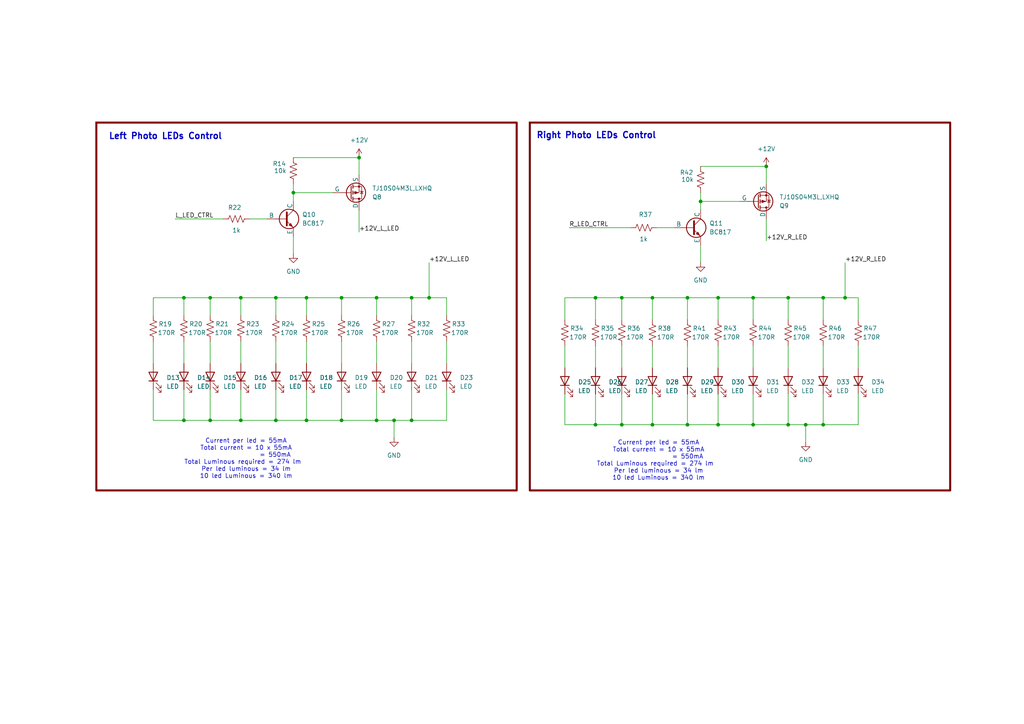
<source format=kicad_sch>
(kicad_sch (version 20250114) (generator "eeschema") (generator_version "9.0")
  (paper "A4")
  (lib_symbols
    (symbol "BC817:BC817_NPN_BJT" (pin_numbers (hide yes)) (pin_names (offset 0))
      (property "Reference" "Q" (at -2.54 7.62 0))
      (property "Value" "BC817_NPN_BJT" (at -2.54 5.08 0))
      (symbol "BC817_NPN_BJT_0_1"
        (polyline (pts (xy -2.54 0) (xy 0.635 0)) (stroke (width 0.1524)))
        (polyline (pts (xy 0.635 1.905) (xy 0.635 -1.905) (xy 0.635 -1.905)) (stroke (width 0.508)))
        (polyline (pts (xy 0.635 0.635) (xy 2.54 2.54)))
        (polyline (pts (xy 0.635 -0.635) (xy 2.54 -2.54) (xy 2.54 -2.54)))
        (circle (center 1.27 0) (radius 2.8194) (stroke (width 0.254)))
        (polyline (pts (xy 1.27 -1.778) (xy 1.778 -1.27) (xy 2.286 -2.286) (xy 1.27 -1.778) (xy 1.27 -1.778)) (fill (type outline)))
        (polyline (pts (xy 2.794 -1.27) (xy 2.794 -1.27)) (stroke (width 0.1524)))
        (polyline (pts (xy 2.794 -1.27) (xy 2.794 -1.27)) (stroke (width 0.1524)))
      )
      (symbol "BC817_NPN_BJT_1_1"
        (pin input line (at -5.08 0 0) (length 2.54) (name "B") (number "1"))
        (pin open_collector line (at 2.54 5.08 270) (length 2.54) (name "C") (number "3"))
        (pin open_emitter line (at 2.54 -5.08 90) (length 2.54) (name "E") (number "2"))
      )
    )
    (symbol "Device:LED" (pin_numbers (hide yes)) (pin_names (offset 1.016) (hide yes))
      (property "Reference" "D" (at 0 2.54 0))
      (property "Value" "LED" (at 0 -2.54 0))
      (symbol "LED_0_1"
        (polyline (pts (xy -3.048 -0.762) (xy -4.572 -2.286) (xy -3.81 -2.286) (xy -4.572 -2.286) (xy -4.572 -1.524)))
        (polyline (pts (xy -1.778 -0.762) (xy -3.302 -2.286) (xy -2.54 -2.286) (xy -3.302 -2.286) (xy -3.302 -1.524)))
        (polyline (pts (xy -1.27 0) (xy 1.27 0)))
        (polyline (pts (xy -1.27 -1.27) (xy -1.27 1.27)) (stroke (width 0.254)))
        (polyline (pts (xy 1.27 -1.27) (xy 1.27 1.27) (xy -1.27 0) (xy 1.27 -1.27)) (stroke (width 0.254)))
      )
      (symbol "LED_1_1"
        (pin passive line (at -3.81 0 0) (length 2.54) (name "K") (number "1"))
        (pin passive line (at 3.81 0 180) (length 2.54) (name "A") (number "2"))
      )
    )
    (symbol "Device:R_US" (pin_numbers (hide yes)) (pin_names (offset 0))
      (property "Reference" "R" (at 2.54 0 90))
      (property "Value" "R_US" (at -2.54 0 90))
      (symbol "R_US_0_1"
        (polyline (pts (xy 0 2.286) (xy 0 2.54)))
        (polyline (pts (xy 0 2.286) (xy 1.016 1.905) (xy 0 1.524) (xy -1.016 1.143) (xy 0 0.762)))
        (polyline (pts (xy 0 0.762) (xy 1.016 0.381) (xy 0 0) (xy -1.016 -0.381) (xy 0 -0.762)))
        (polyline (pts (xy 0 -0.762) (xy 1.016 -1.143) (xy 0 -1.524) (xy -1.016 -1.905) (xy 0 -2.286)))
        (polyline (pts (xy 0 -2.286) (xy 0 -2.54)))
      )
      (symbol "R_US_1_1"
        (pin passive line (at 0 3.81 270) (length 1.27) (name "~") (number "1"))
        (pin passive line (at 0 -3.81 90) (length 1.27) (name "~") (number "2"))
      )
    )
    (symbol "Simulation_SPICE:PMOS" (pin_numbers (hide yes)) (pin_names (offset 0))
      (property "Reference" "Q" (at 5.08 1.27 0))
      (property "Value" "PMOS" (at 5.08 -1.27 0))
      (symbol "PMOS_0_1"
        (polyline (pts (xy 0.254 1.905) (xy 0.254 -1.905)) (stroke (width 0.254)))
        (polyline (pts (xy 0.254 0) (xy -2.54 0)))
        (polyline (pts (xy 0.762 2.286) (xy 0.762 1.27)) (stroke (width 0.254)))
        (polyline (pts (xy 0.762 1.778) (xy 3.302 1.778) (xy 3.302 -1.778) (xy 0.762 -1.778)))
        (polyline (pts (xy 0.762 0.508) (xy 0.762 -0.508)) (stroke (width 0.254)))
        (polyline (pts (xy 0.762 -1.27) (xy 0.762 -2.286)) (stroke (width 0.254)))
        (circle (center 1.651 0) (radius 2.794) (stroke (width 0.254)))
        (polyline (pts (xy 2.286 0) (xy 1.27 0.381) (xy 1.27 -0.381) (xy 2.286 0)) (fill (type outline)))
        (polyline (pts (xy 2.54 2.54) (xy 2.54 1.778)))
        (circle (center 2.54 1.778) (radius 0.254) (fill (type outline)))
        (circle (center 2.54 -1.778) (radius 0.254) (fill (type outline)))
        (polyline (pts (xy 2.54 -2.54) (xy 2.54 0) (xy 0.762 0)))
        (polyline (pts (xy 2.794 -0.508) (xy 2.921 -0.381) (xy 3.683 -0.381) (xy 3.81 -0.254)))
        (polyline (pts (xy 3.302 -0.381) (xy 2.921 0.254) (xy 3.683 0.254) (xy 3.302 -0.381)))
      )
      (symbol "PMOS_1_1"
        (pin input line (at -5.08 0 0) (length 2.54) (name "G") (number "2"))
        (pin passive line (at 2.54 5.08 270) (length 2.54) (name "D") (number "1"))
        (pin passive line (at 2.54 -5.08 90) (length 2.54) (name "S") (number "3"))
      )
    )
    (symbol "power:+12V" (power) (pin_numbers (hide yes)) (pin_names (offset 0) (hide yes))
      (property "Value" "+12V" (at 0 3.556 0))
      (symbol "+12V_0_1"
        (polyline (pts (xy -0.762 1.27) (xy 0 2.54)))
        (polyline (pts (xy 0 2.54) (xy 0.762 1.27)))
        (polyline (pts (xy 0 0) (xy 0 2.54)))
      )
      (symbol "+12V_1_1"
        (pin power_in line (at 0 0 90) (length 0) (name "~") (number "1"))
      )
    )
    (symbol "power:GND" (power) (pin_numbers (hide yes)) (pin_names (offset 0) (hide yes))
      (property "Value" "GND" (at 0 -3.81 0))
      (symbol "GND_0_1"
        (polyline (pts (xy 0 0) (xy 0 -1.27) (xy 1.27 -1.27) (xy 0 -2.54) (xy -1.27 -1.27) (xy 0 -1.27)))
      )
      (symbol "GND_1_1"
        (pin power_in line (at 0 0 270) (length 0) (name "~") (number "1"))
      )
    )
  )
  (rectangle (start 27.94 35.56) (end 149.86 142.24) (stroke (width 0.5842) (color 110 0 0 1)))
  (rectangle (start 153.67 35.56) (end 275.59 142.24) (stroke (width 0.5842) (color 110 0 0 1)))
  (text "Right Photo LEDs Control" (at 172.974 39.37 0) (effects (font (size 1.778 1.778) (thickness 0.3556) (bold yes))))
  (text "Left Photo LEDs Control" (at 48.006 39.624 0) (effects (font (size 1.778 1.778) (thickness 0.3556) (bold yes))))
  (text "Current per led = 55mA\nTotal current = 10 x 55mA\n			  = 550mA\nTotal Luminous required = 274 lm  \nPer led luminous = 34 lm\n10 led Luminous = 340 lm" (at 191.008 133.604 0) (effects (font (size 1.27 1.27))))
  (text "Current per led = 55mA\nTotal current = 10 x 55mA\n			  = 550mA\nTotal Luminous required = 274 lm  \nPer led luminous = 34 lm\n10 led Luminous = 340 lm" (at 71.374 133.096 0) (effects (font (size 1.27 1.27))))
  (junction (at 80.01 86.36))
  (junction (at 172.72 86.36))
  (junction (at 238.76 123.19))
  (junction (at 88.9 86.36))
  (junction (at 228.6 86.36))
  (junction (at 238.76 86.36))
  (junction (at 189.23 86.36))
  (junction (at 119.38 121.92))
  (junction (at 88.9 121.92))
  (junction (at 53.34 86.36))
  (junction (at 69.85 86.36))
  (junction (at 222.25 48.26))
  (junction (at 53.34 121.92))
  (junction (at 245.11 86.36))
  (junction (at 199.39 86.36))
  (junction (at 218.44 86.36))
  (junction (at 99.06 121.92))
  (junction (at 109.22 86.36))
  (junction (at 69.85 121.92))
  (junction (at 208.28 86.36))
  (junction (at 80.01 121.92))
  (junction (at 85.09 55.88))
  (junction (at 104.14 45.72))
  (junction (at 180.34 123.19))
  (junction (at 60.96 86.36))
  (junction (at 180.34 86.36))
  (junction (at 124.46 86.36))
  (junction (at 208.28 123.19))
  (junction (at 218.44 123.19))
  (junction (at 114.3 121.92))
  (junction (at 189.23 123.19))
  (junction (at 172.72 123.19))
  (junction (at 60.96 121.92))
  (junction (at 203.2 58.42))
  (junction (at 233.68 123.19))
  (junction (at 109.22 121.92))
  (junction (at 119.38 86.36))
  (junction (at 199.39 123.19))
  (junction (at 99.06 86.36))
  (junction (at 228.6 123.19))
  (wire (pts (xy 180.34 123.19) (xy 189.23 123.19)))
  (wire (pts (xy 172.72 86.36) (xy 180.34 86.36)))
  (wire (pts (xy 88.9 121.92) (xy 99.06 121.92)))
  (wire (pts (xy 85.09 53.34) (xy 85.09 55.88)))
  (wire (pts (xy 189.23 114.3) (xy 189.23 123.19)))
  (wire (pts (xy 238.76 100.33) (xy 238.76 106.68)))
  (wire (pts (xy 99.06 86.36) (xy 99.06 91.44)))
  (wire (pts (xy 85.09 55.88) (xy 85.09 58.42)))
  (wire (pts (xy 203.2 55.88) (xy 203.2 58.42)))
  (wire (pts (xy 104.14 67.31) (xy 104.14 60.96)))
  (wire (pts (xy 199.39 114.3) (xy 199.39 123.19)))
  (wire (pts (xy 129.54 121.92) (xy 129.54 113.03)))
  (wire (pts (xy 245.11 86.36) (xy 248.92 86.36)))
  (wire (pts (xy 53.34 99.06) (xy 53.34 105.41)))
  (wire (pts (xy 172.72 86.36) (xy 172.72 92.71)))
  (wire (pts (xy 238.76 86.36) (xy 245.11 86.36)))
  (wire (pts (xy 203.2 58.42) (xy 203.2 60.96)))
  (wire (pts (xy 72.39 63.5) (xy 77.47 63.5)))
  (wire (pts (xy 172.72 123.19) (xy 180.34 123.19)))
  (wire (pts (xy 44.45 91.44) (xy 44.45 86.36)))
  (wire (pts (xy 109.22 86.36) (xy 109.22 91.44)))
  (wire (pts (xy 199.39 100.33) (xy 199.39 106.68)))
  (wire (pts (xy 238.76 123.19) (xy 248.92 123.19)))
  (wire (pts (xy 119.38 86.36) (xy 124.46 86.36)))
  (wire (pts (xy 80.01 121.92) (xy 88.9 121.92)))
  (wire (pts (xy 163.83 100.33) (xy 163.83 106.68)))
  (wire (pts (xy 114.3 121.92) (xy 114.3 127)))
  (wire (pts (xy 163.83 114.3) (xy 163.83 123.19)))
  (wire (pts (xy 203.2 58.42) (xy 214.63 58.42)))
  (wire (pts (xy 124.46 86.36) (xy 129.54 86.36)))
  (wire (pts (xy 228.6 123.19) (xy 233.68 123.19)))
  (wire (pts (xy 80.01 91.44) (xy 80.01 86.36)))
  (wire (pts (xy 556.26 54.61) (xy 556.26 46.99)))
  (wire (pts (xy 119.38 91.44) (xy 119.38 86.36)))
  (wire (pts (xy 199.39 86.36) (xy 208.28 86.36)))
  (wire (pts (xy 208.28 86.36) (xy 208.28 92.71)))
  (wire (pts (xy 69.85 86.36) (xy 69.85 91.44)))
  (wire (pts (xy 53.34 86.36) (xy 53.34 91.44)))
  (wire (pts (xy 99.06 113.03) (xy 99.06 121.92)))
  (wire (pts (xy 99.06 99.06) (xy 99.06 105.41)))
  (wire (pts (xy 238.76 114.3) (xy 238.76 123.19)))
  (wire (pts (xy 172.72 100.33) (xy 172.72 106.68)))
  (wire (pts (xy 172.72 114.3) (xy 172.72 123.19)))
  (wire (pts (xy 44.45 86.36) (xy 53.34 86.36)))
  (wire (pts (xy 129.54 99.06) (xy 129.54 105.41)))
  (wire (pts (xy 88.9 113.03) (xy 88.9 121.92)))
  (wire (pts (xy 218.44 86.36) (xy 228.6 86.36)))
  (wire (pts (xy 99.06 86.36) (xy 109.22 86.36)))
  (wire (pts (xy 189.23 86.36) (xy 199.39 86.36)))
  (wire (pts (xy 60.96 86.36) (xy 60.96 91.44)))
  (wire (pts (xy 80.01 113.03) (xy 80.01 121.92)))
  (wire (pts (xy 189.23 100.33) (xy 189.23 106.68)))
  (wire (pts (xy 109.22 113.03) (xy 109.22 121.92)))
  (wire (pts (xy 165.1 66.04) (xy 182.88 66.04)))
  (wire (pts (xy 109.22 99.06) (xy 109.22 105.41)))
  (wire (pts (xy 199.39 86.36) (xy 199.39 92.71)))
  (wire (pts (xy 69.85 86.36) (xy 80.01 86.36)))
  (wire (pts (xy 180.34 100.33) (xy 180.34 106.68)))
  (wire (pts (xy 238.76 86.36) (xy 238.76 92.71)))
  (wire (pts (xy 44.45 121.92) (xy 53.34 121.92)))
  (wire (pts (xy 53.34 121.92) (xy 60.96 121.92)))
  (wire (pts (xy 104.14 45.72) (xy 104.14 50.8)))
  (wire (pts (xy 60.96 86.36) (xy 69.85 86.36)))
  (wire (pts (xy 53.34 86.36) (xy 60.96 86.36)))
  (wire (pts (xy 163.83 92.71) (xy 163.83 86.36)))
  (wire (pts (xy 85.09 68.58) (xy 85.09 73.66)))
  (wire (pts (xy 119.38 113.03) (xy 119.38 121.92)))
  (wire (pts (xy 163.83 123.19) (xy 172.72 123.19)))
  (wire (pts (xy 60.96 99.06) (xy 60.96 105.41)))
  (wire (pts (xy 69.85 113.03) (xy 69.85 121.92)))
  (wire (pts (xy 60.96 113.03) (xy 60.96 121.92)))
  (wire (pts (xy 99.06 121.92) (xy 109.22 121.92)))
  (wire (pts (xy 80.01 99.06) (xy 80.01 105.41)))
  (wire (pts (xy 233.68 123.19) (xy 238.76 123.19)))
  (wire (pts (xy 109.22 121.92) (xy 114.3 121.92)))
  (wire (pts (xy 189.23 86.36) (xy 189.23 92.71)))
  (wire (pts (xy 248.92 86.36) (xy 248.92 92.71)))
  (wire (pts (xy 218.44 86.36) (xy 218.44 92.71)))
  (wire (pts (xy 248.92 123.19) (xy 248.92 114.3)))
  (wire (pts (xy 208.28 100.33) (xy 208.28 106.68)))
  (wire (pts (xy 245.11 76.2) (xy 245.11 86.36)))
  (wire (pts (xy 119.38 99.06) (xy 119.38 105.41)))
  (wire (pts (xy 233.68 123.19) (xy 233.68 128.27)))
  (wire (pts (xy 222.25 69.85) (xy 222.25 63.5)))
  (wire (pts (xy 180.34 86.36) (xy 189.23 86.36)))
  (wire (pts (xy 80.01 86.36) (xy 88.9 86.36)))
  (wire (pts (xy 180.34 86.36) (xy 180.34 92.71)))
  (wire (pts (xy 69.85 99.06) (xy 69.85 105.41)))
  (wire (pts (xy 85.09 55.88) (xy 96.52 55.88)))
  (wire (pts (xy 69.85 121.92) (xy 80.01 121.92)))
  (wire (pts (xy 228.6 86.36) (xy 228.6 92.71)))
  (wire (pts (xy 218.44 123.19) (xy 228.6 123.19)))
  (wire (pts (xy 44.45 99.06) (xy 44.45 105.41)))
  (wire (pts (xy 88.9 99.06) (xy 88.9 105.41)))
  (wire (pts (xy 218.44 100.33) (xy 218.44 106.68)))
  (wire (pts (xy 124.46 76.2) (xy 124.46 86.36)))
  (wire (pts (xy 119.38 121.92) (xy 129.54 121.92)))
  (wire (pts (xy 163.83 86.36) (xy 172.72 86.36)))
  (wire (pts (xy 228.6 114.3) (xy 228.6 123.19)))
  (wire (pts (xy 208.28 114.3) (xy 208.28 123.19)))
  (wire (pts (xy 129.54 86.36) (xy 129.54 91.44)))
  (wire (pts (xy 203.2 48.26) (xy 222.25 48.26)))
  (wire (pts (xy 44.45 113.03) (xy 44.45 121.92)))
  (wire (pts (xy 189.23 123.19) (xy 199.39 123.19)))
  (wire (pts (xy 180.34 114.3) (xy 180.34 123.19)))
  (wire (pts (xy 53.34 113.03) (xy 53.34 121.92)))
  (wire (pts (xy 248.92 100.33) (xy 248.92 106.68)))
  (wire (pts (xy 114.3 121.92) (xy 119.38 121.92)))
  (wire (pts (xy 203.2 71.12) (xy 203.2 76.2)))
  (wire (pts (xy 88.9 86.36) (xy 99.06 86.36)))
  (wire (pts (xy 190.5 66.04) (xy 195.58 66.04)))
  (wire (pts (xy 208.28 86.36) (xy 218.44 86.36)))
  (wire (pts (xy 88.9 86.36) (xy 88.9 91.44)))
  (wire (pts (xy 85.09 45.72) (xy 104.14 45.72)))
  (wire (pts (xy 50.8 63.5) (xy 64.77 63.5)))
  (wire (pts (xy 228.6 86.36) (xy 238.76 86.36)))
  (wire (pts (xy 208.28 123.19) (xy 218.44 123.19)))
  (wire (pts (xy 218.44 114.3) (xy 218.44 123.19)))
  (wire (pts (xy 109.22 86.36) (xy 119.38 86.36)))
  (wire (pts (xy 199.39 123.19) (xy 208.28 123.19)))
  (wire (pts (xy 60.96 121.92) (xy 69.85 121.92)))
  (wire (pts (xy 228.6 100.33) (xy 228.6 106.68)))
  (wire (pts (xy 222.25 48.26) (xy 222.25 53.34)))
  (label "R_LED_CTRL" (at 165.1 66.04 0))
  (label "+12V_R_LED" (at 245.11 76.2 0))
  (label "+12V_L_LED" (at 104.14 67.31 0))
  (label "+12V_R_LED" (at 222.25 69.85 0))
  (label "L_LED_CTRL" (at 50.8 63.5 0))
  (label "+12V_L_LED" (at 124.46 76.2 0))
  (symbol (lib_id "power:+12V") (at 222.25 48.26 0) (unit 1)
    (property "Reference" "#PWR060" (effects (hide yes)))
    (property "Value" "+12V" (at 222.25 43.18 0))
    (property "Description" "Power symbol creates a global label with name \"+12V\"" (effects (hide yes)))
  )
  (symbol (lib_id "BC817:BC817_NPN_BJT") (at 200.66 66.04 0) (unit 1)
    (property "Reference" "Q11" (at 205.74 64.7699 0) (effects (justify left)))
    (property "Value" "BC817" (at 205.74 67.3099 0) (effects (justify left)))
    (property "Footprint" "Package_TO_SOT_SMD:SOT-23" (effects (hide yes)))
    (property "Datasheet" "https://ngspice.sourceforge.io/docs/ngspice-html-manual/manual.xhtml#cha_BJTs" (effects (hide yes)))
    (property "Description" "Bipolar transistor symbol for simulation only, substrate tied to the emitter" (effects (hide yes)))
    (property "Sim.Device" "NPN" (effects (hide yes)))
    (property "Sim.Type" "GUMMELPOON" (effects (hide yes)))
    (property "Sim.Pins" "1=C 2=B 3=E" (effects (hide yes)))
    (property "LCSC Part no " "C39828" (effects (hide yes)))
  )
  (symbol (lib_id "BC817:BC817_NPN_BJT") (at 82.55 63.5 0) (unit 1)
    (property "Reference" "Q10" (at 87.63 62.2299 0) (effects (justify left)))
    (property "Value" "BC817" (at 87.63 64.7699 0) (effects (justify left)))
    (property "Footprint" "Package_TO_SOT_SMD:SOT-23" (effects (hide yes)))
    (property "Datasheet" "https://ngspice.sourceforge.io/docs/ngspice-html-manual/manual.xhtml#cha_BJTs" (effects (hide yes)))
    (property "Description" "Bipolar transistor symbol for simulation only, substrate tied to the emitter" (effects (hide yes)))
    (property "Sim.Device" "NPN" (effects (hide yes)))
    (property "Sim.Type" "GUMMELPOON" (effects (hide yes)))
    (property "Sim.Pins" "1=C 2=B 3=E" (effects (hide yes)))
    (property "LCSC Part no " "C39828" (effects (hide yes)))
  )
  (symbol (lib_id "Device:LED") (at 109.22 109.22 90) (unit 1)
    (property "Reference" "D20" (at 113.03 109.5374 90) (effects (justify right)))
    (property "Value" "LED" (at 113.03 112.0774 90) (effects (justify right)))
    (property "Footprint" "LED_SMD:LED_Everlight-SMD3528_3.5x2.8mm_67-21ST" (effects (hide yes)))
    (property "Description" "Light emitting diode" (effects (hide yes)))
    (property "Sim.Pins" "1=K 2=A" (effects (hide yes)))
    (property "Digikey Part no " "JB2835BWT-G-B50GA0000-N0000001" (effects (hide yes)))
  )
  (symbol (lib_id "Device:R_US") (at 248.92 96.52 0) (unit 1)
    (property "Reference" "R47" (at 250.444 95.25 0) (effects (justify left)))
    (property "Value" "170R" (at 250.19 97.79 0) (effects (justify left)))
    (property "Footprint" "Resistor_SMD:R_2512_6332Metric" (effects (hide yes)))
    (property "Description" "1W Thick Film Resistors 200V ±100ppm/℃ ±5% 180Ω 2512 Chip Resistor - Surface Mount ROHS" (effects (hide yes)))
    (property "LCSC Part no " "C2934094" (effects (hide yes)))
  )
  (symbol (lib_id "Device:LED") (at 53.34 109.22 90) (unit 1)
    (property "Reference" "D14" (at 57.15 109.5374 90) (effects (justify right)))
    (property "Value" "LED" (at 57.15 112.0774 90) (effects (justify right)))
    (property "Footprint" "LED_SMD:LED_Everlight-SMD3528_3.5x2.8mm_67-21ST" (effects (hide yes)))
    (property "Description" "Light emitting diode" (effects (hide yes)))
    (property "Sim.Pins" "1=K 2=A" (effects (hide yes)))
    (property "Digikey Part no " "JB2835BWT-G-B50GA0000-N0000001" (effects (hide yes)))
  )
  (symbol (lib_id "Device:R_US") (at 163.83 96.52 0) (unit 1)
    (property "Reference" "R34" (at 165.354 95.25 0) (effects (justify left)))
    (property "Value" "170R" (at 165.1 97.79 0) (effects (justify left)))
    (property "Footprint" "Resistor_SMD:R_2512_6332Metric" (effects (hide yes)))
    (property "Description" "1W Thick Film Resistors 200V ±100ppm/℃ ±5% 180Ω 2512 Chip Resistor - Surface Mount ROHS" (effects (hide yes)))
    (property "LCSC Part no " "C2934094" (effects (hide yes)))
  )
  (symbol (lib_id "Simulation_SPICE:PMOS") (at 101.6 55.88 0) (mirror x) (unit 1)
    (property "Reference" "Q8" (at 107.95 57.1501 0) (effects (justify left)))
    (property "Value" "TJ10S04M3L,LXHQ" (at 107.95 54.6101 0) (effects (justify left)))
    (property "Datasheet" "https://ngspice.sourceforge.io/docs/ngspice-html-manual/manual.xhtml#cha_MOSFETs" (effects (hide yes)))
    (property "Description" "P-Channel 40 V 10A (Ta) 27W (Tc) Surface Mount DPAK+" (effects (hide yes)))
    (property "Sim.Device" "PMOS" (effects (hide yes)))
    (property "Sim.Type" "VDMOS" (effects (hide yes)))
    (property "Sim.Pins" "1=D 2=G 3=S" (effects (hide yes)))
    (property "Digikey Part no " "TJ10S04M3L,LXHQ" (effects (hide yes)))
  )
  (symbol (lib_id "Device:R_US") (at 85.09 49.53 180) (unit 1)
    (property "Reference" "R14" (at 81.026 47.498 0))
    (property "Value" "10k" (at 81.28 49.53 0))
    (property "Footprint" "Resistor_SMD:R_0603_1608Metric" (effects (hide yes)))
    (property "Description" "125mW Thick Film Resistors 150V ±100ppm/℃ ±1% 10kΩ 0805 Chip Resistor - Surface Mount ROHS" (effects (hide yes)))
    (property "LCSC Part no " "C84376" (effects (hide yes)))
  )
  (symbol (lib_id "Device:R_US") (at 180.34 96.52 0) (unit 1)
    (property "Reference" "R36" (at 181.864 95.25 0) (effects (justify left)))
    (property "Value" "170R" (at 181.61 97.79 0) (effects (justify left)))
    (property "Footprint" "Resistor_SMD:R_2512_6332Metric" (effects (hide yes)))
    (property "Description" "1W Thick Film Resistors 200V ±100ppm/℃ ±5% 180Ω 2512 Chip Resistor - Surface Mount ROHS" (effects (hide yes)))
    (property "LCSC Part no " "C2934094" (effects (hide yes)))
  )
  (symbol (lib_id "Device:LED") (at 189.23 110.49 90) (unit 1)
    (property "Reference" "D28" (at 193.04 110.8074 90) (effects (justify right)))
    (property "Value" "LED" (at 193.04 113.3474 90) (effects (justify right)))
    (property "Footprint" "LED_SMD:LED_Everlight-SMD3528_3.5x2.8mm_67-21ST" (effects (hide yes)))
    (property "Description" "Light emitting diode" (effects (hide yes)))
    (property "Sim.Pins" "1=K 2=A" (effects (hide yes)))
    (property "Digikey Part no " "JB2835BWT-G-B50GA0000-N0000001" (effects (hide yes)))
  )
  (symbol (lib_id "Device:R_US") (at 80.01 95.25 0) (unit 1)
    (property "Reference" "R24" (at 81.534 93.98 0) (effects (justify left)))
    (property "Value" "170R" (at 81.28 96.52 0) (effects (justify left)))
    (property "Footprint" "Resistor_SMD:R_2512_6332Metric" (effects (hide yes)))
    (property "Description" "1W Thick Film Resistors 200V ±100ppm/℃ ±5% 180Ω 2512 Chip Resistor - Surface Mount ROHS" (effects (hide yes)))
    (property "LCSC Part no " "C2934094" (effects (hide yes)))
  )
  (symbol (lib_id "Device:R_US") (at 129.54 95.25 0) (unit 1)
    (property "Reference" "R33" (at 131.064 93.98 0) (effects (justify left)))
    (property "Value" "170R" (at 130.81 96.52 0) (effects (justify left)))
    (property "Footprint" "Resistor_SMD:R_2512_6332Metric" (effects (hide yes)))
    (property "Description" "1W Thick Film Resistors 200V ±100ppm/℃ ±5% 180Ω 2512 Chip Resistor - Surface Mount ROHS" (effects (hide yes)))
    (property "LCSC Part no " "C2934094" (effects (hide yes)))
  )
  (symbol (lib_id "Device:LED") (at 172.72 110.49 90) (unit 1)
    (property "Reference" "D26" (at 176.53 110.8074 90) (effects (justify right)))
    (property "Value" "LED" (at 176.53 113.3474 90) (effects (justify right)))
    (property "Footprint" "LED_SMD:LED_Everlight-SMD3528_3.5x2.8mm_67-21ST" (effects (hide yes)))
    (property "Description" "Light emitting diode" (effects (hide yes)))
    (property "Sim.Pins" "1=K 2=A" (effects (hide yes)))
    (property "Digikey Part no " "JB2835BWT-G-B50GA0000-N0000001" (effects (hide yes)))
  )
  (symbol (lib_id "Device:R_US") (at 228.6 96.52 0) (unit 1)
    (property "Reference" "R45" (at 230.124 95.25 0) (effects (justify left)))
    (property "Value" "170R" (at 229.87 97.79 0) (effects (justify left)))
    (property "Footprint" "Resistor_SMD:R_2512_6332Metric" (effects (hide yes)))
    (property "Description" "1W Thick Film Resistors 200V ±100ppm/℃ ±5% 180Ω 2512 Chip Resistor - Surface Mount ROHS" (effects (hide yes)))
    (property "LCSC Part no " "C2934094" (effects (hide yes)))
  )
  (symbol (lib_id "power:GND") (at 85.09 73.66 0) (unit 1)
    (property "Reference" "#PWR040" (effects (hide yes)))
    (property "Value" "GND" (at 85.09 78.74 0))
    (property "Description" "Power symbol creates a global label with name \"GND\" , ground" (effects (hide yes)))
  )
  (symbol (lib_id "Device:LED") (at 80.01 109.22 90) (unit 1)
    (property "Reference" "D17" (at 83.82 109.5374 90) (effects (justify right)))
    (property "Value" "LED" (at 83.82 112.0774 90) (effects (justify right)))
    (property "Footprint" "LED_SMD:LED_Everlight-SMD3528_3.5x2.8mm_67-21ST" (effects (hide yes)))
    (property "Description" "Light emitting diode" (effects (hide yes)))
    (property "Sim.Pins" "1=K 2=A" (effects (hide yes)))
    (property "Digikey Part no " "JB2835BWT-G-B50GA0000-N0000001" (effects (hide yes)))
  )
  (symbol (lib_id "power:GND") (at 114.3 127 0) (unit 1)
    (property "Reference" "#PWR042" (effects (hide yes)))
    (property "Value" "GND" (at 114.3 132.08 0))
    (property "Description" "Power symbol creates a global label with name \"GND\" , ground" (effects (hide yes)))
  )
  (symbol (lib_id "Device:R_US") (at 109.22 95.25 0) (unit 1)
    (property "Reference" "R27" (at 110.744 93.98 0) (effects (justify left)))
    (property "Value" "170R" (at 110.49 96.52 0) (effects (justify left)))
    (property "Footprint" "Resistor_SMD:R_2512_6332Metric" (effects (hide yes)))
    (property "Description" "1W Thick Film Resistors 200V ±100ppm/℃ ±5% 180Ω 2512 Chip Resistor - Surface Mount ROHS" (effects (hide yes)))
    (property "LCSC Part no " "C2934094" (effects (hide yes)))
  )
  (symbol (lib_id "power:+12V") (at 104.14 45.72 0) (unit 1)
    (property "Reference" "#PWR041" (effects (hide yes)))
    (property "Value" "+12V" (at 104.14 40.64 0))
    (property "Description" "Power symbol creates a global label with name \"+12V\"" (effects (hide yes)))
  )
  (symbol (lib_id "Device:R_US") (at 60.96 95.25 0) (unit 1)
    (property "Reference" "R21" (at 62.484 93.98 0) (effects (justify left)))
    (property "Value" "170R" (at 62.23 96.52 0) (effects (justify left)))
    (property "Footprint" "Resistor_SMD:R_2512_6332Metric" (effects (hide yes)))
    (property "Description" "1W Thick Film Resistors 200V ±100ppm/℃ ±5% 180Ω 2512 Chip Resistor - Surface Mount ROHS" (effects (hide yes)))
    (property "LCSC Part no " "C2934094" (effects (hide yes)))
  )
  (symbol (lib_id "Device:R_US") (at 88.9 95.25 0) (unit 1)
    (property "Reference" "R25" (at 90.424 93.98 0) (effects (justify left)))
    (property "Value" "170R" (at 90.17 96.52 0) (effects (justify left)))
    (property "Footprint" "Resistor_SMD:R_2512_6332Metric" (effects (hide yes)))
    (property "Description" "1W Thick Film Resistors 200V ±100ppm/℃ ±5% 180Ω 2512 Chip Resistor - Surface Mount ROHS" (effects (hide yes)))
    (property "LCSC Part no " "C2934094" (effects (hide yes)))
  )
  (symbol (lib_id "power:GND") (at 203.2 76.2 0) (unit 1)
    (property "Reference" "#PWR059" (effects (hide yes)))
    (property "Value" "GND" (at 203.2 81.28 0))
    (property "Description" "Power symbol creates a global label with name \"GND\" , ground" (effects (hide yes)))
  )
  (symbol (lib_id "Device:R_US") (at 218.44 96.52 0) (unit 1)
    (property "Reference" "R44" (at 219.964 95.25 0) (effects (justify left)))
    (property "Value" "170R" (at 219.71 97.79 0) (effects (justify left)))
    (property "Footprint" "Resistor_SMD:R_2512_6332Metric" (effects (hide yes)))
    (property "Description" "1W Thick Film Resistors 200V ±100ppm/℃ ±5% 180Ω 2512 Chip Resistor - Surface Mount ROHS" (effects (hide yes)))
    (property "LCSC Part no " "C2934094" (effects (hide yes)))
  )
  (symbol (lib_id "Device:LED") (at 208.28 110.49 90) (unit 1)
    (property "Reference" "D30" (at 212.09 110.8074 90) (effects (justify right)))
    (property "Value" "LED" (at 212.09 113.3474 90) (effects (justify right)))
    (property "Footprint" "LED_SMD:LED_Everlight-SMD3528_3.5x2.8mm_67-21ST" (effects (hide yes)))
    (property "Description" "Light emitting diode" (effects (hide yes)))
    (property "Sim.Pins" "1=K 2=A" (effects (hide yes)))
    (property "Digikey Part no " "JB2835BWT-G-B50GA0000-N0000001" (effects (hide yes)))
  )
  (symbol (lib_id "Device:R_US") (at 199.39 96.52 0) (unit 1)
    (property "Reference" "R41" (at 200.914 95.25 0) (effects (justify left)))
    (property "Value" "170R" (at 200.66 97.79 0) (effects (justify left)))
    (property "Footprint" "Resistor_SMD:R_2512_6332Metric" (effects (hide yes)))
    (property "Description" "1W Thick Film Resistors 200V ±100ppm/℃ ±5% 180Ω 2512 Chip Resistor - Surface Mount ROHS" (effects (hide yes)))
    (property "LCSC Part no " "C2934094" (effects (hide yes)))
  )
  (symbol (lib_id "Device:R_US") (at 68.58 63.5 270) (unit 1)
    (property "Reference" "R22" (at 68.072 60.198 90))
    (property "Value" "1k" (at 68.58 66.802 90))
    (property "Footprint" "Resistor_SMD:R_0603_1608Metric" (effects (hide yes)))
    (property "Description" "125mW Thick Film Resistors 150V ±100ppm/℃ ±1% 1kΩ 0805 Chip Resistor - Surface Mount ROHS" (effects (hide yes)))
    (property "LCSC Part no " "C95781" (effects (hide yes)))
  )
  (symbol (lib_id "Device:R_US") (at 69.85 95.25 0) (unit 1)
    (property "Reference" "R23" (at 71.374 93.98 0) (effects (justify left)))
    (property "Value" "170R" (at 71.12 96.52 0) (effects (justify left)))
    (property "Footprint" "Resistor_SMD:R_2512_6332Metric" (effects (hide yes)))
    (property "Description" "1W Thick Film Resistors 200V ±100ppm/℃ ±5% 180Ω 2512 Chip Resistor - Surface Mount ROHS" (effects (hide yes)))
    (property "LCSC Part no " "C2934094" (effects (hide yes)))
  )
  (symbol (lib_id "Device:LED") (at 163.83 110.49 90) (unit 1)
    (property "Reference" "D25" (at 167.64 110.8074 90) (effects (justify right)))
    (property "Value" "LED" (at 167.64 113.3474 90) (effects (justify right)))
    (property "Footprint" "LED_SMD:LED_Everlight-SMD3528_3.5x2.8mm_67-21ST" (effects (hide yes)))
    (property "Description" "Light emitting diode" (effects (hide yes)))
    (property "Sim.Pins" "1=K 2=A" (effects (hide yes)))
    (property "Digikey Part no " "JB2835BWT-G-B50GA0000-N0000001" (effects (hide yes)))
  )
  (symbol (lib_id "Device:LED") (at 228.6 110.49 90) (unit 1)
    (property "Reference" "D32" (at 232.41 110.8074 90) (effects (justify right)))
    (property "Value" "LED" (at 232.41 113.3474 90) (effects (justify right)))
    (property "Footprint" "LED_SMD:LED_Everlight-SMD3528_3.5x2.8mm_67-21ST" (effects (hide yes)))
    (property "Description" "Light emitting diode" (effects (hide yes)))
    (property "Sim.Pins" "1=K 2=A" (effects (hide yes)))
    (property "Digikey Part no " "JB2835BWT-G-B50GA0000-N0000001" (effects (hide yes)))
  )
  (symbol (lib_id "Device:LED") (at 88.9 109.22 90) (unit 1)
    (property "Reference" "D18" (at 92.71 109.5374 90) (effects (justify right)))
    (property "Value" "LED" (at 92.71 112.0774 90) (effects (justify right)))
    (property "Footprint" "LED_SMD:LED_Everlight-SMD3528_3.5x2.8mm_67-21ST" (effects (hide yes)))
    (property "Description" "Light emitting diode" (effects (hide yes)))
    (property "Sim.Pins" "1=K 2=A" (effects (hide yes)))
    (property "Digikey Part no " "JB2835BWT-G-B50GA0000-N0000001" (effects (hide yes)))
  )
  (symbol (lib_id "Device:LED") (at 44.45 109.22 90) (unit 1)
    (property "Reference" "D13" (at 48.26 109.5374 90) (effects (justify right)))
    (property "Value" "LED" (at 48.26 112.0774 90) (effects (justify right)))
    (property "Footprint" "LED_SMD:LED_Everlight-SMD3528_3.5x2.8mm_67-21ST" (effects (hide yes)))
    (property "Description" "Light emitting diode" (effects (hide yes)))
    (property "Sim.Pins" "1=K 2=A" (effects (hide yes)))
    (property "Digikey Part no " "JB2835BWT-G-B50GA0000-N0000001" (effects (hide yes)))
  )
  (symbol (lib_id "Device:LED") (at 99.06 109.22 90) (unit 1)
    (property "Reference" "D19" (at 102.87 109.5374 90) (effects (justify right)))
    (property "Value" "LED" (at 102.87 112.0774 90) (effects (justify right)))
    (property "Footprint" "LED_SMD:LED_Everlight-SMD3528_3.5x2.8mm_67-21ST" (effects (hide yes)))
    (property "Description" "Light emitting diode" (effects (hide yes)))
    (property "Sim.Pins" "1=K 2=A" (effects (hide yes)))
    (property "Digikey Part no " "JB2835BWT-G-B50GA0000-N0000001" (effects (hide yes)))
  )
  (symbol (lib_id "Device:LED") (at 60.96 109.22 90) (unit 1)
    (property "Reference" "D15" (at 64.77 109.5374 90) (effects (justify right)))
    (property "Value" "LED" (at 64.77 112.0774 90) (effects (justify right)))
    (property "Footprint" "LED_SMD:LED_Everlight-SMD3528_3.5x2.8mm_67-21ST" (effects (hide yes)))
    (property "Description" "Light emitting diode" (effects (hide yes)))
    (property "Sim.Pins" "1=K 2=A" (effects (hide yes)))
    (property "Digikey Part no " "JB2835BWT-G-B50GA0000-N0000001" (effects (hide yes)))
  )
  (symbol (lib_id "Device:R_US") (at 172.72 96.52 0) (unit 1)
    (property "Reference" "R35" (at 174.244 95.25 0) (effects (justify left)))
    (property "Value" "170R" (at 173.99 97.79 0) (effects (justify left)))
    (property "Footprint" "Resistor_SMD:R_2512_6332Metric" (effects (hide yes)))
    (property "Description" "1W Thick Film Resistors 200V ±100ppm/℃ ±5% 180Ω 2512 Chip Resistor - Surface Mount ROHS" (effects (hide yes)))
    (property "LCSC Part no " "C2934094" (effects (hide yes)))
  )
  (symbol (lib_id "Device:R_US") (at 238.76 96.52 0) (unit 1)
    (property "Reference" "R46" (at 240.284 95.25 0) (effects (justify left)))
    (property "Value" "170R" (at 240.03 97.79 0) (effects (justify left)))
    (property "Footprint" "Resistor_SMD:R_2512_6332Metric" (effects (hide yes)))
    (property "Description" "1W Thick Film Resistors 200V ±100ppm/℃ ±5% 180Ω 2512 Chip Resistor - Surface Mount ROHS" (effects (hide yes)))
    (property "LCSC Part no " "C2934094" (effects (hide yes)))
  )
  (symbol (lib_id "Device:LED") (at 129.54 109.22 90) (unit 1)
    (property "Reference" "D23" (at 133.35 109.5374 90) (effects (justify right)))
    (property "Value" "LED" (at 133.35 112.0774 90) (effects (justify right)))
    (property "Footprint" "LED_SMD:LED_Everlight-SMD3528_3.5x2.8mm_67-21ST" (effects (hide yes)))
    (property "Description" "Light emitting diode" (effects (hide yes)))
    (property "Sim.Pins" "1=K 2=A" (effects (hide yes)))
    (property "Digikey Part no " "JB2835BWT-G-B50GA0000-N0000001" (effects (hide yes)))
  )
  (symbol (lib_id "Device:R_US") (at 203.2 52.07 180) (unit 1)
    (property "Reference" "R42" (at 199.136 50.038 0))
    (property "Value" "10k" (at 199.39 52.07 0))
    (property "Footprint" "Resistor_SMD:R_0805_2012Metric" (effects (hide yes)))
    (property "Description" "125mW Thick Film Resistors 150V ±100ppm/℃ ±1% 10kΩ 0805 Chip Resistor - Surface Mount ROHS" (effects (hide yes)))
    (property "LCSC Part no " "C84376" (effects (hide yes)))
  )
  (symbol (lib_id "Device:LED") (at 238.76 110.49 90) (unit 1)
    (property "Reference" "D33" (at 242.57 110.8074 90) (effects (justify right)))
    (property "Value" "LED" (at 242.57 113.3474 90) (effects (justify right)))
    (property "Footprint" "LED_SMD:LED_Everlight-SMD3528_3.5x2.8mm_67-21ST" (effects (hide yes)))
    (property "Description" "Light emitting diode" (effects (hide yes)))
    (property "Sim.Pins" "1=K 2=A" (effects (hide yes)))
    (property "Digikey Part no " "JB2835BWT-G-B50GA0000-N0000001" (effects (hide yes)))
  )
  (symbol (lib_id "Device:LED") (at 199.39 110.49 90) (unit 1)
    (property "Reference" "D29" (at 203.2 110.8074 90) (effects (justify right)))
    (property "Value" "LED" (at 203.2 113.3474 90) (effects (justify right)))
    (property "Footprint" "LED_SMD:LED_Everlight-SMD3528_3.5x2.8mm_67-21ST" (effects (hide yes)))
    (property "Description" "Light emitting diode" (effects (hide yes)))
    (property "Sim.Pins" "1=K 2=A" (effects (hide yes)))
    (property "Digikey Part no " "JB2835BWT-G-B50GA0000-N0000001" (effects (hide yes)))
  )
  (symbol (lib_id "Device:R_US") (at 119.38 95.25 0) (unit 1)
    (property "Reference" "R32" (at 120.904 93.98 0) (effects (justify left)))
    (property "Value" "170R" (at 120.65 96.52 0) (effects (justify left)))
    (property "Footprint" "Resistor_SMD:R_2512_6332Metric" (effects (hide yes)))
    (property "Description" "1W Thick Film Resistors 200V ±100ppm/℃ ±5% 180Ω 2512 Chip Resistor - Surface Mount ROHS" (effects (hide yes)))
    (property "LCSC Part no " "C2934094" (effects (hide yes)))
  )
  (symbol (lib_id "Device:R_US") (at 186.69 66.04 270) (unit 1)
    (property "Reference" "R37" (at 187.198 62.23 90))
    (property "Value" "1k" (at 186.69 69.342 90))
    (property "Footprint" "Resistor_SMD:R_0805_2012Metric" (effects (hide yes)))
    (property "Description" "125mW Thick Film Resistors 150V ±100ppm/℃ ±1% 1kΩ 0805 Chip Resistor - Surface Mount ROHS" (effects (hide yes)))
    (property "LCSC Part no " "C95781" (effects (hide yes)))
  )
  (symbol (lib_id "power:GND") (at 233.68 128.27 0) (unit 1)
    (property "Reference" "#PWR061" (effects (hide yes)))
    (property "Value" "GND" (at 233.68 133.35 0))
    (property "Description" "Power symbol creates a global label with name \"GND\" , ground" (effects (hide yes)))
  )
  (symbol (lib_id "Device:R_US") (at 208.28 96.52 0) (unit 1)
    (property "Reference" "R43" (at 209.804 95.25 0) (effects (justify left)))
    (property "Value" "170R" (at 209.55 97.79 0) (effects (justify left)))
    (property "Footprint" "Resistor_SMD:R_2512_6332Metric" (effects (hide yes)))
    (property "Description" "1W Thick Film Resistors 200V ±100ppm/℃ ±5% 180Ω 2512 Chip Resistor - Surface Mount ROHS" (effects (hide yes)))
    (property "LCSC Part no " "C2934094" (effects (hide yes)))
  )
  (symbol (lib_id "Device:LED") (at 119.38 109.22 90) (unit 1)
    (property "Reference" "D21" (at 123.19 109.5374 90) (effects (justify right)))
    (property "Value" "LED" (at 123.19 112.0774 90) (effects (justify right)))
    (property "Footprint" "LED_SMD:LED_Everlight-SMD3528_3.5x2.8mm_67-21ST" (effects (hide yes)))
    (property "Description" "Light emitting diode" (effects (hide yes)))
    (property "Sim.Pins" "1=K 2=A" (effects (hide yes)))
    (property "Digikey Part no " "JB2835BWT-G-B50GA0000-N0000001" (effects (hide yes)))
  )
  (symbol (lib_id "Device:LED") (at 69.85 109.22 90) (unit 1)
    (property "Reference" "D16" (at 73.66 109.5374 90) (effects (justify right)))
    (property "Value" "LED" (at 73.66 112.0774 90) (effects (justify right)))
    (property "Footprint" "LED_SMD:LED_Everlight-SMD3528_3.5x2.8mm_67-21ST" (effects (hide yes)))
    (property "Description" "Light emitting diode" (effects (hide yes)))
    (property "Sim.Pins" "1=K 2=A" (effects (hide yes)))
    (property "Digikey Part no " "JB2835BWT-G-B50GA0000-N0000001" (effects (hide yes)))
  )
  (symbol (lib_id "Device:R_US") (at 189.23 96.52 0) (unit 1)
    (property "Reference" "R38" (at 190.754 95.25 0) (effects (justify left)))
    (property "Value" "170R" (at 190.5 97.79 0) (effects (justify left)))
    (property "Footprint" "Resistor_SMD:R_2512_6332Metric" (effects (hide yes)))
    (property "Description" "1W Thick Film Resistors 200V ±100ppm/℃ ±5% 180Ω 2512 Chip Resistor - Surface Mount ROHS" (effects (hide yes)))
    (property "LCSC Part no " "C2934094" (effects (hide yes)))
  )
  (symbol (lib_id "Device:R_US") (at 99.06 95.25 0) (unit 1)
    (property "Reference" "R26" (at 100.584 93.98 0) (effects (justify left)))
    (property "Value" "170R" (at 100.33 96.52 0) (effects (justify left)))
    (property "Footprint" "Resistor_SMD:R_2512_6332Metric" (effects (hide yes)))
    (property "Description" "1W Thick Film Resistors 200V ±100ppm/℃ ±5% 180Ω 2512 Chip Resistor - Surface Mount ROHS" (effects (hide yes)))
    (property "LCSC Part no " "C2934094" (effects (hide yes)))
  )
  (symbol (lib_id "Device:R_US") (at 53.34 95.25 0) (unit 1)
    (property "Reference" "R20" (at 54.864 93.98 0) (effects (justify left)))
    (property "Value" "170R" (at 54.61 96.52 0) (effects (justify left)))
    (property "Footprint" "Resistor_SMD:R_2512_6332Metric" (effects (hide yes)))
    (property "Description" "1W Thick Film Resistors 200V ±100ppm/℃ ±5% 180Ω 2512 Chip Resistor - Surface Mount ROHS" (effects (hide yes)))
    (property "LCSC Part no " "C2934094" (effects (hide yes)))
  )
  (symbol (lib_id "Device:LED") (at 218.44 110.49 90) (unit 1)
    (property "Reference" "D31" (at 222.25 110.8074 90) (effects (justify right)))
    (property "Value" "LED" (at 222.25 113.3474 90) (effects (justify right)))
    (property "Footprint" "LED_SMD:LED_Everlight-SMD3528_3.5x2.8mm_67-21ST" (effects (hide yes)))
    (property "Description" "Light emitting diode" (effects (hide yes)))
    (property "Sim.Pins" "1=K 2=A" (effects (hide yes)))
    (property "Digikey Part no " "JB2835BWT-G-B50GA0000-N0000001" (effects (hide yes)))
  )
  (symbol (lib_id "Simulation_SPICE:PMOS") (at 219.71 58.42 0) (mirror x) (unit 1)
    (property "Reference" "Q9" (at 226.06 59.6901 0) (effects (justify left)))
    (property "Value" "TJ10S04M3L,LXHQ" (at 226.06 57.1501 0) (effects (justify left)))
    (property "Footprint" "Package_TO_SOT_SMD:TO-252-2" (effects (hide yes)))
    (property "Datasheet" "https://ngspice.sourceforge.io/docs/ngspice-html-manual/manual.xhtml#cha_MOSFETs" (effects (hide yes)))
    (property "Description" "P-Channel 40 V 10A (Ta) 27W (Tc) Surface Mount DPAK+" (effects (hide yes)))
    (property "Sim.Device" "PMOS" (effects (hide yes)))
    (property "Sim.Type" "VDMOS" (effects (hide yes)))
    (property "Sim.Pins" "1=D 2=G 3=S" (effects (hide yes)))
    (property "Digikey Part no " "TJ10S04M3L,LXHQ" (effects (hide yes)))
  )
  (symbol (lib_id "Device:LED") (at 248.92 110.49 90) (unit 1)
    (property "Reference" "D34" (at 252.73 110.8074 90) (effects (justify right)))
    (property "Value" "LED" (at 252.73 113.3474 90) (effects (justify right)))
    (property "Footprint" "LED_SMD:LED_Everlight-SMD3528_3.5x2.8mm_67-21ST" (effects (hide yes)))
    (property "Description" "Light emitting diode" (effects (hide yes)))
    (property "Sim.Pins" "1=K 2=A" (effects (hide yes)))
    (property "Digikey Part no " "JB2835BWT-G-B50GA0000-N0000001" (effects (hide yes)))
  )
  (symbol (lib_id "Device:R_US") (at 44.45 95.25 0) (unit 1)
    (property "Reference" "R19" (at 45.974 93.98 0) (effects (justify left)))
    (property "Value" "170R" (at 45.72 96.52 0) (effects (justify left)))
    (property "Footprint" "Resistor_SMD:R_2512_6332Metric" (effects (hide yes)))
    (property "Description" "1W Thick Film Resistors 200V ±100ppm/℃ ±5% 180Ω 2512 Chip Resistor - Surface Mount ROHS" (effects (hide yes)))
    (property "LCSC Part no " "C2934094" (effects (hide yes)))
  )
  (symbol (lib_id "Device:LED") (at 180.34 110.49 90) (unit 1)
    (property "Reference" "D27" (at 184.15 110.8074 90) (effects (justify right)))
    (property "Value" "LED" (at 184.15 113.3474 90) (effects (justify right)))
    (property "Footprint" "LED_SMD:LED_Everlight-SMD3528_3.5x2.8mm_67-21ST" (effects (hide yes)))
    (property "Description" "Light emitting diode" (effects (hide yes)))
    (property "Sim.Pins" "1=K 2=A" (effects (hide yes)))
    (property "Digikey Part no " "JB2835BWT-G-B50GA0000-N0000001" (effects (hide yes)))
  )
)
</source>
